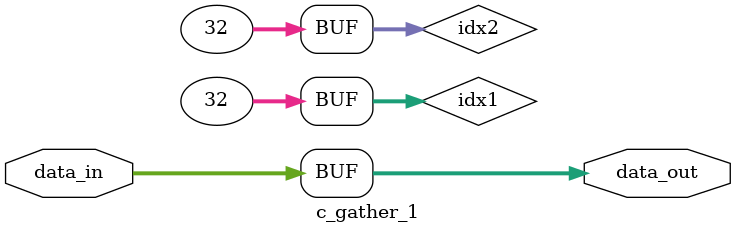
<source format=v>
module c_gather_1
  (data_in, data_out);
   parameter in_width = 32;
   function integer pop_count(input [0:in_width-1] argument);
      integer i;
      begin
	 pop_count = 0;
	 for(i = 0; i < in_width; i = i + 1)
	   pop_count = pop_count + argument[i];
      end
   endfunction
   parameter [0:in_width-1] mask = {in_width{1'b1}};
   localparam out_width = pop_count(mask);
   input [0:in_width-1] data_in;
   output [0:out_width-1] data_out;
   reg [0:out_width-1] 	  data_out;
   integer 		  idx1, idx2;
   always @(data_in)
     begin
	idx2 = 0;
	for(idx1 = 0; idx1 < in_width; idx1 = idx1 + 1)
	  if(mask[idx1] == 1'b1)
	    begin
	       data_out[idx2] = data_in[idx1];
	       idx2 = idx2 + 1;
	    end
     end
endmodule
</source>
